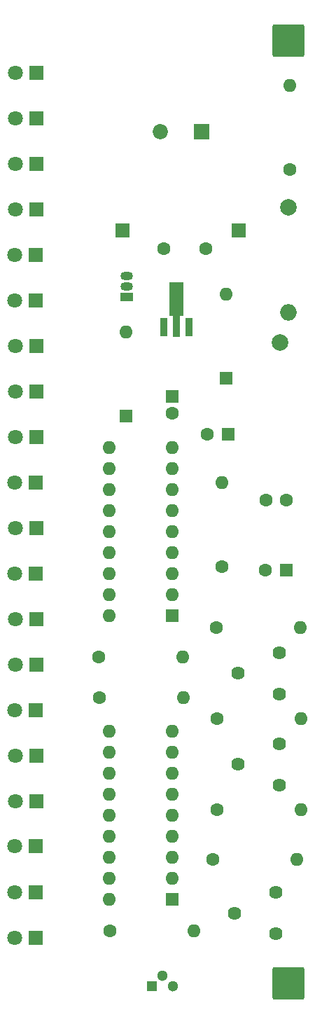
<source format=gbr>
%TF.GenerationSoftware,KiCad,Pcbnew,6.0.8-f2edbf62ab~116~ubuntu20.04.1*%
%TF.CreationDate,2022-11-01T19:33:50+01:00*%
%TF.ProjectId,temp,74656d70-2e6b-4696-9361-645f70636258,rev?*%
%TF.SameCoordinates,Original*%
%TF.FileFunction,Soldermask,Top*%
%TF.FilePolarity,Negative*%
%FSLAX46Y46*%
G04 Gerber Fmt 4.6, Leading zero omitted, Abs format (unit mm)*
G04 Created by KiCad (PCBNEW 6.0.8-f2edbf62ab~116~ubuntu20.04.1) date 2022-11-01 19:33:50*
%MOMM*%
%LPD*%
G01*
G04 APERTURE LIST*
G04 Aperture macros list*
%AMRoundRect*
0 Rectangle with rounded corners*
0 $1 Rounding radius*
0 $2 $3 $4 $5 $6 $7 $8 $9 X,Y pos of 4 corners*
0 Add a 4 corners polygon primitive as box body*
4,1,4,$2,$3,$4,$5,$6,$7,$8,$9,$2,$3,0*
0 Add four circle primitives for the rounded corners*
1,1,$1+$1,$2,$3*
1,1,$1+$1,$4,$5*
1,1,$1+$1,$6,$7*
1,1,$1+$1,$8,$9*
0 Add four rect primitives between the rounded corners*
20,1,$1+$1,$2,$3,$4,$5,0*
20,1,$1+$1,$4,$5,$6,$7,0*
20,1,$1+$1,$6,$7,$8,$9,0*
20,1,$1+$1,$8,$9,$2,$3,0*%
%AMFreePoly0*
4,1,9,5.362500,-0.866500,1.237500,-0.866500,1.237500,-0.450000,-1.237500,-0.450000,-1.237500,0.450000,1.237500,0.450000,1.237500,0.866500,5.362500,0.866500,5.362500,-0.866500,5.362500,-0.866500,$1*%
G04 Aperture macros list end*
%ADD10RoundRect,0.250002X-1.699998X-1.699998X1.699998X-1.699998X1.699998X1.699998X-1.699998X1.699998X0*%
%ADD11R,1.800000X1.800000*%
%ADD12C,1.800000*%
%ADD13C,1.600000*%
%ADD14O,1.600000X1.600000*%
%ADD15C,1.620000*%
%ADD16R,1.600000X1.600000*%
%ADD17R,1.850000X1.850000*%
%ADD18C,1.850000*%
%ADD19R,1.300000X1.300000*%
%ADD20C,1.300000*%
%ADD21R,1.500000X1.050000*%
%ADD22O,1.500000X1.050000*%
%ADD23R,0.900000X2.300000*%
%ADD24FreePoly0,90.000000*%
%ADD25C,2.000000*%
%ADD26O,2.000000X2.000000*%
%ADD27R,1.700000X1.700000*%
G04 APERTURE END LIST*
D10*
%TO.C,Solar+*%
X152000000Y-37000000D03*
%TD*%
D11*
%TO.C,D7*%
X121537790Y-123461464D03*
D12*
X118997790Y-123461464D03*
%TD*%
D11*
%TO.C,D14*%
X121537790Y-84961464D03*
D12*
X118997790Y-84961464D03*
%TD*%
D13*
%TO.C,R9*%
X143340000Y-108000000D03*
D14*
X153500000Y-108000000D03*
%TD*%
D15*
%TO.C,R6*%
X150500000Y-140000000D03*
X145500000Y-142500000D03*
X150500000Y-145000000D03*
%TD*%
D11*
%TO.C,D3*%
X121500000Y-145500000D03*
D12*
X118960000Y-145500000D03*
%TD*%
D11*
%TO.C,D9*%
X121537790Y-112461464D03*
D12*
X118997790Y-112461464D03*
%TD*%
D16*
%TO.C,U5*%
X138000000Y-106500000D03*
D14*
X138000000Y-103960000D03*
X138000000Y-101420000D03*
X138000000Y-98880000D03*
X138000000Y-96340000D03*
X138000000Y-93800000D03*
X138000000Y-91260000D03*
X138000000Y-88720000D03*
X138000000Y-86180000D03*
X130380000Y-86180000D03*
X130380000Y-88720000D03*
X130380000Y-91260000D03*
X130380000Y-93800000D03*
X130380000Y-96340000D03*
X130380000Y-98880000D03*
X130380000Y-101420000D03*
X130380000Y-103960000D03*
X130380000Y-106500000D03*
%TD*%
D13*
%TO.C,C3*%
X142002515Y-62184058D03*
X137002515Y-62184058D03*
%TD*%
D11*
%TO.C,D12*%
X121537790Y-95961464D03*
D12*
X118997790Y-95961464D03*
%TD*%
D11*
%TO.C,D8*%
X121500000Y-117961464D03*
D12*
X118960000Y-117961464D03*
%TD*%
D11*
%TO.C,D21*%
X121537790Y-46461464D03*
D12*
X118997790Y-46461464D03*
%TD*%
D13*
%TO.C,R4*%
X129194233Y-116483702D03*
D14*
X139354233Y-116483702D03*
%TD*%
D11*
%TO.C,D15*%
X121537790Y-79461464D03*
D12*
X118997790Y-79461464D03*
%TD*%
D16*
%TO.C,C1*%
X138000000Y-80044888D03*
D13*
X138000000Y-82044888D03*
%TD*%
D17*
%TO.C,C2*%
X141500000Y-48000000D03*
D18*
X136500000Y-48000000D03*
%TD*%
D19*
%TO.C,U3*%
X135500000Y-151360000D03*
D20*
X136770000Y-150090000D03*
X138040000Y-151360000D03*
%TD*%
D21*
%TO.C,U1*%
X132500000Y-68000000D03*
D22*
X132500000Y-66730000D03*
X132500000Y-65460000D03*
%TD*%
D15*
%TO.C,R10*%
X150920000Y-111000000D03*
X145920000Y-113500000D03*
X150920000Y-116000000D03*
%TD*%
D23*
%TO.C,U2*%
X137000000Y-71650000D03*
D24*
X138500000Y-71562500D03*
D23*
X140000000Y-71650000D03*
%TD*%
D11*
%TO.C,D10*%
X121537790Y-106961464D03*
D12*
X118997790Y-106961464D03*
%TD*%
D16*
%TO.C,D1*%
X132386961Y-82438882D03*
D14*
X132386961Y-72278882D03*
%TD*%
D13*
%TO.C,R2*%
X130420000Y-144664602D03*
D14*
X140580000Y-144664602D03*
%TD*%
D13*
%TO.C,R5*%
X142920000Y-136000000D03*
D14*
X153080000Y-136000000D03*
%TD*%
%TO.C,R7*%
X153580000Y-119000000D03*
D13*
X143420000Y-119000000D03*
%TD*%
%TO.C,R11*%
X129093690Y-111555833D03*
D14*
X139253690Y-111555833D03*
%TD*%
D11*
%TO.C,D11*%
X121500000Y-101461464D03*
D12*
X118960000Y-101461464D03*
%TD*%
D11*
%TO.C,D17*%
X121500000Y-68461464D03*
D12*
X118960000Y-68461464D03*
%TD*%
D11*
%TO.C,D4*%
X121500000Y-139952210D03*
D12*
X118960000Y-139952210D03*
%TD*%
D11*
%TO.C,D5*%
X121500000Y-134412210D03*
D12*
X118960000Y-134412210D03*
%TD*%
D11*
%TO.C,D22*%
X121537790Y-40961464D03*
D12*
X118997790Y-40961464D03*
%TD*%
D16*
%TO.C,D2*%
X144500000Y-77850000D03*
D14*
X144500000Y-67690000D03*
%TD*%
D13*
%TO.C,R1*%
X152214143Y-52580000D03*
D14*
X152214143Y-42420000D03*
%TD*%
D13*
%TO.C,R12*%
X144000000Y-100580000D03*
D14*
X144000000Y-90420000D03*
%TD*%
D13*
%TO.C,SW1*%
X151817428Y-92566007D03*
X149317428Y-92566007D03*
%TD*%
D25*
%TO.C,L1*%
X152000000Y-57150000D03*
D26*
X152000000Y-69850000D03*
%TD*%
D25*
%TO.C,TP1*%
X151000000Y-73500000D03*
%TD*%
D27*
%TO.C,GND*%
X132000000Y-60000000D03*
%TD*%
D16*
%TO.C,C5*%
X151749808Y-101066007D03*
D13*
X149249808Y-101066007D03*
%TD*%
D10*
%TO.C,Solar-*%
X152000000Y-151000000D03*
%TD*%
D27*
%TO.C,5V*%
X146000000Y-60000000D03*
%TD*%
D11*
%TO.C,D6*%
X121537790Y-128961464D03*
D12*
X118997790Y-128961464D03*
%TD*%
D15*
%TO.C,R8*%
X150920000Y-122000000D03*
X145920000Y-124500000D03*
X150920000Y-127000000D03*
%TD*%
D11*
%TO.C,D13*%
X121500000Y-90461464D03*
D12*
X118960000Y-90461464D03*
%TD*%
D11*
%TO.C,D18*%
X121500000Y-62961464D03*
D12*
X118960000Y-62961464D03*
%TD*%
D11*
%TO.C,D19*%
X121537790Y-57461464D03*
D12*
X118997790Y-57461464D03*
%TD*%
D11*
%TO.C,D20*%
X121537790Y-51961464D03*
D12*
X118997790Y-51961464D03*
%TD*%
D13*
%TO.C,R3*%
X143420000Y-130000000D03*
D14*
X153580000Y-130000000D03*
%TD*%
D16*
%TO.C,U4*%
X137982822Y-140825461D03*
D14*
X137982822Y-138285461D03*
X137982822Y-135745461D03*
X137982822Y-133205461D03*
X137982822Y-130665461D03*
X137982822Y-128125461D03*
X137982822Y-125585461D03*
X137982822Y-123045461D03*
X137982822Y-120505461D03*
X130362822Y-120505461D03*
X130362822Y-123045461D03*
X130362822Y-125585461D03*
X130362822Y-128125461D03*
X130362822Y-130665461D03*
X130362822Y-133205461D03*
X130362822Y-135745461D03*
X130362822Y-138285461D03*
X130362822Y-140825461D03*
%TD*%
D11*
%TO.C,D16*%
X121537790Y-73961464D03*
D12*
X118997790Y-73961464D03*
%TD*%
D16*
%TO.C,C4*%
X144720494Y-84614342D03*
D13*
X142220494Y-84614342D03*
%TD*%
M02*

</source>
